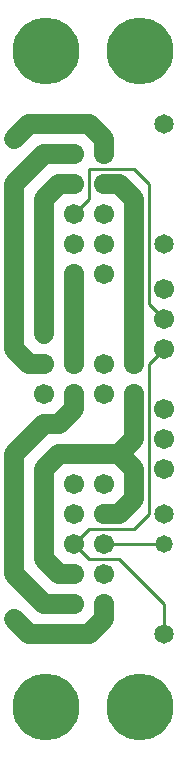
<source format=gbl>
%MOIN*%
%FSLAX25Y25*%
G04 D10 used for Character Trace; *
G04     Circle (OD=.01000) (No hole)*
G04 D11 used for Power Trace; *
G04     Circle (OD=.06500) (No hole)*
G04 D12 used for Signal Trace; *
G04     Circle (OD=.01100) (No hole)*
G04 D13 used for Via; *
G04     Circle (OD=.05800) (Round. Hole ID=.02800)*
G04 D14 used for Component hole; *
G04     Circle (OD=.06500) (Round. Hole ID=.03500)*
G04 D15 used for Component hole; *
G04     Circle (OD=.06700) (Round. Hole ID=.04300)*
G04 D16 used for Component hole; *
G04     Circle (OD=.08100) (Round. Hole ID=.05100)*
G04 D17 used for Component hole; *
G04     Circle (OD=.08900) (Round. Hole ID=.05900)*
G04 D18 used for Component hole; *
G04     Circle (OD=.11300) (Round. Hole ID=.08300)*
G04 D19 used for Component hole; *
G04     Circle (OD=.16000) (Round. Hole ID=.13000)*
G04 D20 used for Component hole; *
G04     Circle (OD=.18300) (Round. Hole ID=.15300)*
G04 D21 used for Component hole; *
G04     Circle (OD=.22291) (Round. Hole ID=.19291)*
%ADD10C,.01000*%
%ADD11C,.06500*%
%ADD12C,.01100*%
%ADD13C,.05800*%
%ADD14C,.06500*%
%ADD15C,.06700*%
%ADD16C,.08100*%
%ADD17C,.08900*%
%ADD18C,.11300*%
%ADD19C,.16000*%
%ADD20C,.18300*%
%ADD21C,.22291*%
%IPPOS*%
%LPD*%
G90*X0Y0D02*D21*X15625Y15625D03*D11*              
X10000Y40000D02*X30000D01*X10000D02*              
X5000Y45000D01*D13*D03*D11*X15000Y50000D02*       
X25000D01*D15*D03*X35000Y60000D03*D11*            
X30000Y40000D02*X35000Y45000D01*Y50000D01*D15*D03*
X25000Y60000D03*D11*X20000D01*X15000Y65000D01*    
Y95000D01*X20000Y100000D01*X40000D01*             
X45000Y95000D01*Y85000D01*X40000Y80000D01*        
X35000D01*D15*D03*D12*X25000Y70000D02*            
X30000Y75000D01*D15*X25000Y70000D03*D12*          
X30000Y65000D01*X40000D01*X55000Y50000D01*        
Y40000D01*D14*D03*D21*X46875Y15625D03*D13*        
X55000Y70000D03*D12*X35000D01*D15*D03*D12*        
X30000Y75000D02*X45000D01*X50000Y80000D01*        
Y130000D01*X55000Y135000D01*D15*D03*Y145000D03*   
D12*X50000Y150000D01*Y190000D01*X45000Y195000D01* 
X30000D01*Y185000D01*X25000Y180000D01*D15*D03*    
X35000Y170000D03*Y190000D03*D11*X40000D01*        
X45000Y185000D01*Y130000D01*D15*D03*              
X35000Y120000D03*Y130000D03*X45000Y120000D03*D11* 
Y105000D01*X40000Y100000D01*D15*X35000Y90000D03*  
X55000Y115000D03*D11*X20000Y110000D02*            
X25000Y115000D01*X15000Y110000D02*X20000D01*      
X5000Y100000D02*X15000Y110000D01*X5000Y60000D02*  
Y100000D01*X15000Y50000D02*X5000Y60000D01*D15*    
X25000Y80000D03*Y90000D03*D14*X55000Y80000D03*D15*
Y95000D03*Y105000D03*D11*X25000Y115000D02*        
Y120000D01*D15*D03*X15000Y130000D03*D11*X10000D01*
X5000Y135000D01*Y190000D01*X15000Y200000D01*      
X25000D01*D15*D03*D11*X35000Y205000D02*           
X30000Y210000D01*X35000Y200000D02*Y205000D01*D15* 
Y200000D03*X25000Y190000D03*D11*X20000D01*        
X15000Y185000D01*Y140000D01*D13*D03*D15*          
X25000Y130000D03*D11*Y160000D01*D15*D03*X35000D03*
X25000Y170000D03*X35000Y180000D03*                
X55000Y155000D03*D14*Y170000D03*D15*              
X15000Y120000D03*D13*X5000Y205000D03*D11*         
X10000Y210000D01*X30000D01*D21*X46875Y234375D03*  
D14*X55000Y210000D03*D21*X15625Y234375D03*M02*    

</source>
